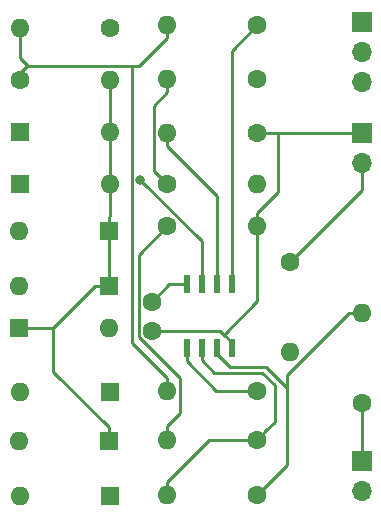
<source format=gbr>
G04 #@! TF.GenerationSoftware,KiCad,Pcbnew,(5.0.0)*
G04 #@! TF.CreationDate,2020-05-22T14:28:52-04:00*
G04 #@! TF.ProjectId,OdysseyDaughterCardSummer,4F647973736579446175676874657243,1.1*
G04 #@! TF.SameCoordinates,Original*
G04 #@! TF.FileFunction,Copper,L1,Top,Signal*
G04 #@! TF.FilePolarity,Positive*
%FSLAX46Y46*%
G04 Gerber Fmt 4.6, Leading zero omitted, Abs format (unit mm)*
G04 Created by KiCad (PCBNEW (5.0.0)) date 05/22/20 14:28:52*
%MOMM*%
%LPD*%
G01*
G04 APERTURE LIST*
G04 #@! TA.AperFunction,ComponentPad*
%ADD10O,1.600000X1.600000*%
G04 #@! TD*
G04 #@! TA.AperFunction,ComponentPad*
%ADD11R,1.600000X1.600000*%
G04 #@! TD*
G04 #@! TA.AperFunction,ComponentPad*
%ADD12C,1.600000*%
G04 #@! TD*
G04 #@! TA.AperFunction,ComponentPad*
%ADD13R,1.700000X1.700000*%
G04 #@! TD*
G04 #@! TA.AperFunction,ComponentPad*
%ADD14O,1.700000X1.700000*%
G04 #@! TD*
G04 #@! TA.AperFunction,SMDPad,CuDef*
%ADD15R,0.600000X1.550000*%
G04 #@! TD*
G04 #@! TA.AperFunction,ViaPad*
%ADD16C,0.800000*%
G04 #@! TD*
G04 #@! TA.AperFunction,Conductor*
%ADD17C,0.250000*%
G04 #@! TD*
G04 APERTURE END LIST*
D10*
G04 #@! TO.P,D1,2*
G04 #@! TO.N,/Card2*
X136525000Y-116205000D03*
D11*
G04 #@! TO.P,D1,1*
G04 #@! TO.N,Net-(D1-Pad1)*
X144145000Y-116205000D03*
G04 #@! TD*
D10*
G04 #@! TO.P,D2,2*
G04 #@! TO.N,/Card1*
X136652000Y-120904000D03*
D11*
G04 #@! TO.P,D2,1*
G04 #@! TO.N,/Card2*
X144272000Y-120904000D03*
G04 #@! TD*
D10*
G04 #@! TO.P,D3,2*
G04 #@! TO.N,/Card4*
X144145000Y-106680000D03*
D11*
G04 #@! TO.P,D3,1*
G04 #@! TO.N,Net-(D1-Pad1)*
X136525000Y-106680000D03*
G04 #@! TD*
D10*
G04 #@! TO.P,D4,2*
G04 #@! TO.N,/Card3*
X136652000Y-112099000D03*
D11*
G04 #@! TO.P,D4,1*
G04 #@! TO.N,/Card4*
X144272000Y-112099000D03*
G04 #@! TD*
D10*
G04 #@! TO.P,D5,2*
G04 #@! TO.N,/Card5*
X136525000Y-103124000D03*
D11*
G04 #@! TO.P,D5,1*
G04 #@! TO.N,Net-(D1-Pad1)*
X144145000Y-103124000D03*
G04 #@! TD*
G04 #@! TO.P,D6,1*
G04 #@! TO.N,Net-(D1-Pad1)*
X144145000Y-98425000D03*
D10*
G04 #@! TO.P,D6,2*
G04 #@! TO.N,/Card6*
X136525000Y-98425000D03*
G04 #@! TD*
G04 #@! TO.P,D7,2*
G04 #@! TO.N,Net-(D1-Pad1)*
X144272000Y-94488000D03*
D11*
G04 #@! TO.P,D7,1*
G04 #@! TO.N,Net-(D7-Pad1)*
X136652000Y-94488000D03*
G04 #@! TD*
G04 #@! TO.P,D8,1*
G04 #@! TO.N,/Card8*
X136652000Y-90085300D03*
D10*
G04 #@! TO.P,D8,2*
G04 #@! TO.N,Net-(D1-Pad1)*
X144272000Y-90085300D03*
G04 #@! TD*
G04 #@! TO.P,R1,2*
G04 #@! TO.N,Net-(D1-Pad1)*
X144272000Y-85682700D03*
D12*
G04 #@! TO.P,R1,1*
G04 #@! TO.N,/Card10*
X136652000Y-85682700D03*
G04 #@! TD*
D10*
G04 #@! TO.P,R2,2*
G04 #@! TO.N,/Card10*
X136652000Y-81280000D03*
D12*
G04 #@! TO.P,R2,1*
G04 #@! TO.N,/Card8*
X144272000Y-81280000D03*
G04 #@! TD*
D10*
G04 #@! TO.P,R3,2*
G04 #@! TO.N,/Card10*
X149098000Y-81026000D03*
D12*
G04 #@! TO.P,R3,1*
G04 #@! TO.N,Net-(D7-Pad1)*
X156718000Y-81026000D03*
G04 #@! TD*
G04 #@! TO.P,C1,1*
G04 #@! TO.N,VCC*
X147828000Y-106934000D03*
G04 #@! TO.P,C1,2*
G04 #@! TO.N,GND*
X147828000Y-104434000D03*
G04 #@! TD*
D13*
G04 #@! TO.P,J2,1*
G04 #@! TO.N,VCC*
X165608000Y-90170000D03*
D14*
G04 #@! TO.P,J2,2*
G04 #@! TO.N,GND*
X165608000Y-92710000D03*
G04 #@! TD*
D12*
G04 #@! TO.P,R4,1*
G04 #@! TO.N,Net-(R4-Pad1)*
X149098000Y-98044000D03*
D10*
G04 #@! TO.P,R4,2*
G04 #@! TO.N,VCC*
X156718000Y-98044000D03*
G04 #@! TD*
G04 #@! TO.P,R5,2*
G04 #@! TO.N,Net-(R4-Pad1)*
X156718000Y-94488000D03*
D12*
G04 #@! TO.P,R5,1*
G04 #@! TO.N,GND*
X149098000Y-94488000D03*
G04 #@! TD*
D10*
G04 #@! TO.P,R6,2*
G04 #@! TO.N,/Card10*
X149098000Y-111999000D03*
D12*
G04 #@! TO.P,R6,1*
G04 #@! TO.N,Net-(R6-Pad1)*
X156718000Y-111999000D03*
G04 #@! TD*
D10*
G04 #@! TO.P,R7,2*
G04 #@! TO.N,Net-(R4-Pad1)*
X149098000Y-116105000D03*
D12*
G04 #@! TO.P,R7,1*
G04 #@! TO.N,Net-(R7-Pad1)*
X156718000Y-116105000D03*
G04 #@! TD*
G04 #@! TO.P,R8,1*
G04 #@! TO.N,GND*
X159512000Y-101092000D03*
D10*
G04 #@! TO.P,R8,2*
G04 #@! TO.N,Net-(R6-Pad1)*
X159512000Y-108712000D03*
G04 #@! TD*
D12*
G04 #@! TO.P,R9,1*
G04 #@! TO.N,Net-(R12-Pad2)*
X156718000Y-120804000D03*
D10*
G04 #@! TO.P,R9,2*
G04 #@! TO.N,Net-(R7-Pad1)*
X149098000Y-120804000D03*
G04 #@! TD*
G04 #@! TO.P,R10,2*
G04 #@! TO.N,Net-(R10-Pad2)*
X149098000Y-90170000D03*
D12*
G04 #@! TO.P,R10,1*
G04 #@! TO.N,VCC*
X156718000Y-90170000D03*
G04 #@! TD*
G04 #@! TO.P,R11,1*
G04 #@! TO.N,Net-(R10-Pad2)*
X156718000Y-85598000D03*
D10*
G04 #@! TO.P,R11,2*
G04 #@! TO.N,GND*
X149098000Y-85598000D03*
G04 #@! TD*
D12*
G04 #@! TO.P,R12,1*
G04 #@! TO.N,Net-(J3-Pad1)*
X165608000Y-113030000D03*
D10*
G04 #@! TO.P,R12,2*
G04 #@! TO.N,Net-(R12-Pad2)*
X165608000Y-105410000D03*
G04 #@! TD*
D15*
G04 #@! TO.P,U1,1*
G04 #@! TO.N,Net-(D7-Pad1)*
X154559000Y-102964000D03*
G04 #@! TO.P,U1,2*
G04 #@! TO.N,Net-(R10-Pad2)*
X153289000Y-102964000D03*
G04 #@! TO.P,U1,3*
G04 #@! TO.N,/Card7*
X152019000Y-102964000D03*
G04 #@! TO.P,U1,4*
G04 #@! TO.N,GND*
X150749000Y-102964000D03*
G04 #@! TO.P,U1,5*
G04 #@! TO.N,Net-(R6-Pad1)*
X150749000Y-108364000D03*
G04 #@! TO.P,U1,6*
G04 #@! TO.N,Net-(R7-Pad1)*
X152019000Y-108364000D03*
G04 #@! TO.P,U1,7*
G04 #@! TO.N,Net-(R12-Pad2)*
X153289000Y-108364000D03*
G04 #@! TO.P,U1,8*
G04 #@! TO.N,VCC*
X154559000Y-108364000D03*
G04 #@! TD*
D13*
G04 #@! TO.P,J3,1*
G04 #@! TO.N,Net-(J3-Pad1)*
X165608000Y-117954000D03*
D14*
G04 #@! TO.P,J3,2*
G04 #@! TO.N,GND*
X165608000Y-120494000D03*
G04 #@! TD*
D13*
G04 #@! TO.P,J1,1*
G04 #@! TO.N,Net-(D1-Pad1)*
X165602920Y-80777080D03*
D14*
G04 #@! TO.P,J1,2*
X165602920Y-83317080D03*
G04 #@! TO.P,J1,3*
G04 #@! TO.N,/Card5*
X165602920Y-85857080D03*
G04 #@! TD*
D16*
G04 #@! TO.N,/Card7*
X146848200Y-94110200D03*
G04 #@! TD*
D17*
G04 #@! TO.N,Net-(D1-Pad1)*
X139428300Y-106680000D02*
X139428300Y-110363000D01*
X139428300Y-110363000D02*
X144145000Y-115079700D01*
X144145000Y-103124000D02*
X142984300Y-103124000D01*
X142984300Y-103124000D02*
X139428300Y-106680000D01*
X139428300Y-106680000D02*
X137650300Y-106680000D01*
X144145000Y-116205000D02*
X144145000Y-115079700D01*
X136525000Y-106680000D02*
X137650300Y-106680000D01*
X144145000Y-98425000D02*
X144145000Y-103124000D01*
X144145000Y-98425000D02*
X144145000Y-97299700D01*
X144272000Y-94488000D02*
X144272000Y-97172700D01*
X144272000Y-97172700D02*
X144145000Y-97299700D01*
X144272000Y-94488000D02*
X144272000Y-90085300D01*
X144272000Y-85682700D02*
X144272000Y-90085300D01*
G04 #@! TO.N,/Card7*
X152019000Y-102964000D02*
X152019000Y-99281000D01*
X152019000Y-99281000D02*
X146848200Y-94110200D01*
G04 #@! TO.N,/Card10*
X146122900Y-84519600D02*
X137815100Y-84519600D01*
X149098000Y-82151300D02*
X146729700Y-84519600D01*
X146729700Y-84519600D02*
X146122900Y-84519600D01*
X146122900Y-84519600D02*
X146122900Y-107898600D01*
X146122900Y-107898600D02*
X149098000Y-110873700D01*
X149098000Y-81026000D02*
X149098000Y-82151300D01*
X149098000Y-111999000D02*
X149098000Y-110873700D01*
X136652000Y-85090000D02*
X136652000Y-85682700D01*
X137815100Y-84519600D02*
X137222400Y-84519600D01*
X137222400Y-84519600D02*
X136652000Y-85090000D01*
X137351600Y-84519600D02*
X137815100Y-84519600D01*
X136652000Y-81280000D02*
X136652000Y-83820000D01*
X136652000Y-83820000D02*
X137351600Y-84519600D01*
G04 #@! TO.N,VCC*
X153885700Y-107215700D02*
X154559000Y-107889000D01*
X154559000Y-107889000D02*
X154559000Y-108364000D01*
X147828000Y-106934000D02*
X153604000Y-106934000D01*
X153604000Y-106934000D02*
X153885700Y-107215700D01*
X156718000Y-98044000D02*
X156718000Y-104383400D01*
X156718000Y-104383400D02*
X153885700Y-107215700D01*
X157861500Y-90170000D02*
X164432700Y-90170000D01*
X165608000Y-90170000D02*
X164432700Y-90170000D01*
X156718000Y-90170000D02*
X157861500Y-90170000D01*
X156718000Y-97481300D02*
X156718000Y-98044000D01*
X156718000Y-96918700D02*
X156718000Y-97481300D01*
X158496000Y-95140700D02*
X156718000Y-96918700D01*
X157861500Y-90170000D02*
X158496000Y-90170000D01*
X158496000Y-90170000D02*
X158496000Y-95140700D01*
G04 #@! TO.N,GND*
X159512000Y-101092000D02*
X165608000Y-94996000D01*
X165608000Y-94996000D02*
X165608000Y-92710000D01*
X149098000Y-85598000D02*
X149098000Y-86723300D01*
X149098000Y-94488000D02*
X147972700Y-93362700D01*
X147972700Y-93362700D02*
X147972700Y-87848600D01*
X147972700Y-87848600D02*
X149098000Y-86723300D01*
X147828000Y-104434000D02*
X149298000Y-102964000D01*
X149298000Y-102964000D02*
X150749000Y-102964000D01*
G04 #@! TO.N,Net-(D7-Pad1)*
X154559000Y-102964000D02*
X154559000Y-83185000D01*
X154559000Y-83185000D02*
X156718000Y-81026000D01*
G04 #@! TO.N,Net-(J3-Pad1)*
X165608000Y-113030000D02*
X165608000Y-117954000D01*
G04 #@! TO.N,Net-(R4-Pad1)*
X149098000Y-116105000D02*
X149098000Y-114979700D01*
X149098000Y-98044000D02*
X146692800Y-100449200D01*
X146692800Y-100449200D02*
X146692800Y-107404600D01*
X146692800Y-107404600D02*
X150223300Y-110935100D01*
X150223300Y-110935100D02*
X150223300Y-113854400D01*
X150223300Y-113854400D02*
X149098000Y-114979700D01*
G04 #@! TO.N,Net-(R6-Pad1)*
X150749000Y-109464300D02*
X153283700Y-111999000D01*
X153283700Y-111999000D02*
X156718000Y-111999000D01*
X150749000Y-108364000D02*
X150749000Y-109464300D01*
G04 #@! TO.N,Net-(R7-Pad1)*
X149098000Y-119678700D02*
X152671700Y-116105000D01*
X152671700Y-116105000D02*
X156718000Y-116105000D01*
X149098000Y-120804000D02*
X149098000Y-119678700D01*
X152019000Y-108364000D02*
X152019000Y-109389000D01*
X158242000Y-111506000D02*
X158242000Y-114581000D01*
X157517999Y-115305001D02*
X156718000Y-116105000D01*
X158242000Y-114581000D02*
X157517999Y-115305001D01*
X157168011Y-110432011D02*
X158242000Y-111506000D01*
X153062011Y-110432011D02*
X157168011Y-110432011D01*
X152019000Y-109389000D02*
X153062011Y-110432011D01*
G04 #@! TO.N,Net-(R12-Pad2)*
X159258000Y-110634700D02*
X159258000Y-111506000D01*
X165608000Y-105410000D02*
X164482700Y-105410000D01*
X164482700Y-105410000D02*
X159258000Y-110634700D01*
X159258000Y-118264000D02*
X156718000Y-120804000D01*
X159258000Y-111506000D02*
X159258000Y-111760000D01*
X159258000Y-111760000D02*
X159258000Y-118264000D01*
X153289000Y-108839000D02*
X153289000Y-108364000D01*
X154432000Y-109982000D02*
X153289000Y-108839000D01*
X157480000Y-109982000D02*
X154432000Y-109982000D01*
X159258000Y-111760000D02*
X157480000Y-109982000D01*
G04 #@! TO.N,Net-(R10-Pad2)*
X149098000Y-90170000D02*
X149098000Y-91295300D01*
X153289000Y-102964000D02*
X153289000Y-95486300D01*
X153289000Y-95486300D02*
X149098000Y-91295300D01*
G04 #@! TD*
M02*

</source>
